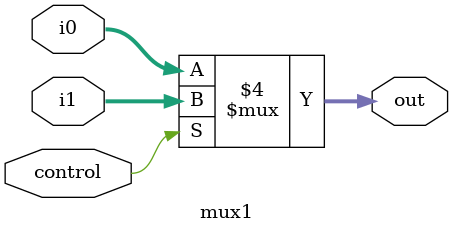
<source format=v>
`timescale 1ns / 1ps


// This component is a 1 bit mux with 16 bit inputs.

module mux1(
    input [15:0] i0,
    input [15:0] i1,
    input control,
    output reg [15:0] out
    );

	 always @(i0,i1,control) begin
		if (control == 0)
			out <= i0;
		else
			out <= i1;
	 end


endmodule

</source>
